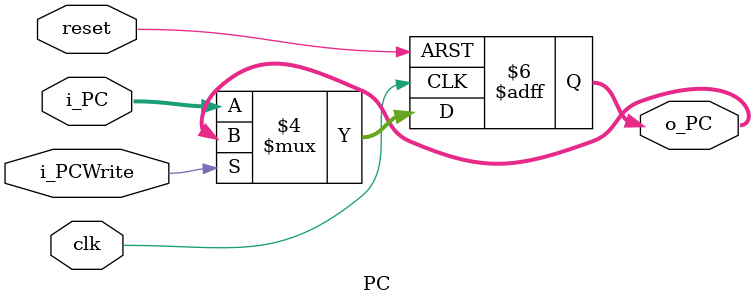
<source format=v>

`timescale 1ns / 1ps

module PC
(
    input wire clk,         //Input Clock Signals
    input wire reset,
    input wire i_PCWrite,     //Input Control Signals
    input wire [31:0] i_PC, //Input PC
    output reg [31:0] o_PC  //Output PC
);

    initial begin
        o_PC <= 0;
    end

    always @(posedge clk or posedge reset) begin
        if (reset) begin
            o_PC <= 0;
        end
        else if (i_PCWrite) begin
                o_PC <= o_PC;
        end
        else begin
            o_PC <= i_PC;
        end
    end

endmodule

</source>
